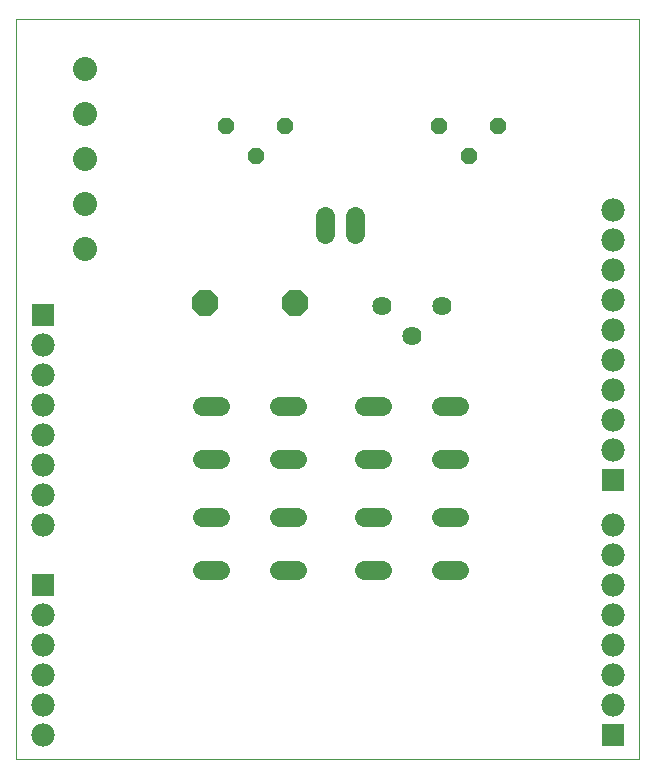
<source format=gbs>
G75*
%MOIN*%
%OFA0B0*%
%FSLAX25Y25*%
%IPPOS*%
%LPD*%
%AMOC8*
5,1,8,0,0,1.08239X$1,22.5*
%
%ADD10C,0.00000*%
%ADD11C,0.06400*%
%ADD12OC8,0.08900*%
%ADD13C,0.06400*%
%ADD14OC8,0.05600*%
%ADD15R,0.07800X0.07800*%
%ADD16C,0.07800*%
%ADD17C,0.08000*%
D10*
X0077633Y0074700D02*
X0077633Y0321661D01*
X0285334Y0321661D01*
X0285334Y0074700D01*
X0077633Y0074700D01*
D11*
X0139833Y0137800D02*
X0145833Y0137800D01*
X0145833Y0155600D02*
X0139833Y0155600D01*
X0139833Y0174800D02*
X0145833Y0174800D01*
X0145833Y0192600D02*
X0139833Y0192600D01*
X0165433Y0192600D02*
X0171433Y0192600D01*
X0171433Y0174800D02*
X0165433Y0174800D01*
X0165433Y0155600D02*
X0171433Y0155600D01*
X0171433Y0137800D02*
X0165433Y0137800D01*
X0193833Y0137800D02*
X0199833Y0137800D01*
X0199833Y0155600D02*
X0193833Y0155600D01*
X0193833Y0174800D02*
X0199833Y0174800D01*
X0199833Y0192600D02*
X0193833Y0192600D01*
X0219433Y0192600D02*
X0225433Y0192600D01*
X0225433Y0174800D02*
X0219433Y0174800D01*
X0219433Y0155600D02*
X0225433Y0155600D01*
X0225433Y0137800D02*
X0219433Y0137800D01*
X0190633Y0249700D02*
X0190633Y0255700D01*
X0180633Y0255700D02*
X0180633Y0249700D01*
D12*
X0170633Y0226700D03*
X0140633Y0226700D03*
D13*
X0199633Y0225700D03*
X0209633Y0215700D03*
X0219633Y0225700D03*
D14*
X0228633Y0275700D03*
X0238533Y0285700D03*
X0218733Y0285700D03*
X0167533Y0285700D03*
X0157633Y0275700D03*
X0147733Y0285700D03*
D15*
X0086633Y0222700D03*
X0086633Y0132700D03*
X0276633Y0167700D03*
X0276633Y0082700D03*
D16*
X0276633Y0092700D03*
X0276633Y0102700D03*
X0276633Y0112700D03*
X0276633Y0122700D03*
X0276633Y0132700D03*
X0276633Y0142700D03*
X0276633Y0152700D03*
X0276633Y0177700D03*
X0276633Y0187700D03*
X0276633Y0197700D03*
X0276633Y0207700D03*
X0276633Y0217700D03*
X0276633Y0227700D03*
X0276633Y0237700D03*
X0276633Y0247700D03*
X0276633Y0257700D03*
X0086633Y0212700D03*
X0086633Y0202700D03*
X0086633Y0192700D03*
X0086633Y0182700D03*
X0086633Y0172700D03*
X0086633Y0162700D03*
X0086633Y0152700D03*
X0086633Y0122700D03*
X0086633Y0112700D03*
X0086633Y0102700D03*
X0086633Y0092700D03*
X0086633Y0082700D03*
D17*
X0100633Y0244700D03*
X0100633Y0259700D03*
X0100633Y0274700D03*
X0100633Y0289700D03*
X0100633Y0304700D03*
M02*

</source>
